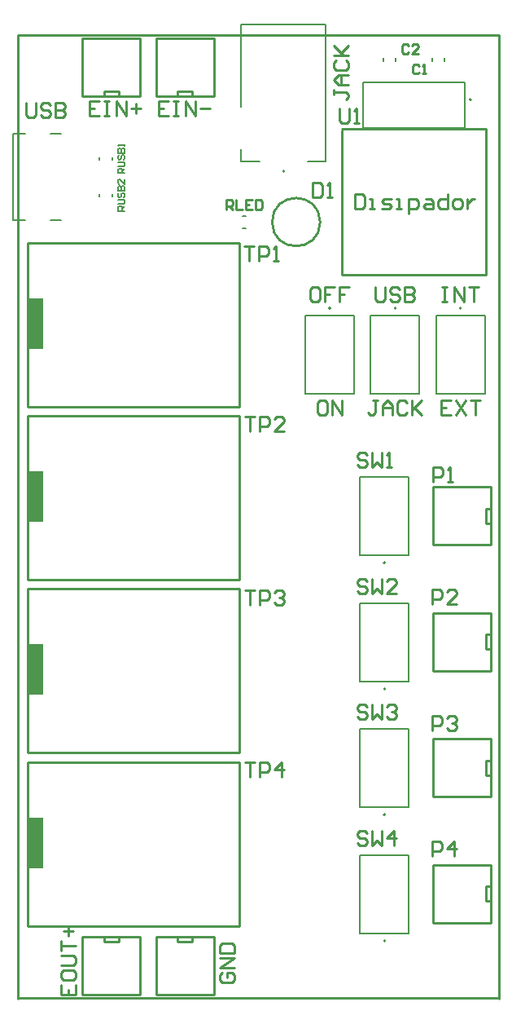
<source format=gbr>
G04*
G04 #@! TF.GenerationSoftware,Altium Limited,Altium Designer,24.2.2 (26)*
G04*
G04 Layer_Color=65535*
%FSLAX44Y44*%
%MOMM*%
G71*
G04*
G04 #@! TF.SameCoordinates,26981B9A-845B-47AF-AE02-24A449A504A3*
G04*
G04*
G04 #@! TF.FilePolarity,Positive*
G04*
G01*
G75*
%ADD10C,0.2000*%
%ADD11C,0.2540*%
%ADD12C,0.1524*%
%ADD13C,0.1270*%
%ADD14C,0.1500*%
%ADD15R,1.6510X5.3340*%
D10*
X471100Y934000D02*
G03*
X471100Y934000I-1000J0D01*
G01*
X393000Y717550D02*
G03*
X393000Y717550I-1000J0D01*
G01*
X382000Y453182D02*
G03*
X382000Y453182I-1000J0D01*
G01*
X277000Y859999D02*
G03*
X277000Y859999I-1000J0D01*
G01*
X461000Y717550D02*
G03*
X461000Y717550I-1000J0D01*
G01*
X325000D02*
G03*
X325000Y717550I-1000J0D01*
G01*
X382000Y60662D02*
G03*
X382000Y60662I-1000J0D01*
G01*
Y191502D02*
G03*
X382000Y191502I-1000J0D01*
G01*
Y322342D02*
G03*
X382000Y322342I-1000J0D01*
G01*
D11*
X314000Y807000D02*
G03*
X314000Y807000I-25000J0D01*
G01*
X500000Y794D02*
Y1000794D01*
X0Y1000D02*
X500000D01*
X0Y1000999D02*
X500000D01*
X336460Y752382D02*
Y902382D01*
Y752382D02*
X486208D01*
Y903608D01*
X336834D02*
X486208D01*
X0Y794D02*
Y1000794D01*
X143300Y998000D02*
X203300D01*
Y938000D02*
Y998000D01*
X143300Y938000D02*
X203300D01*
X143300D02*
Y998000D01*
X165800Y938000D02*
Y943000D01*
X180800D01*
Y938000D02*
Y943000D01*
X66743Y5000D02*
X126743D01*
X66743D02*
Y65000D01*
X126743D01*
Y5000D02*
Y65000D01*
X104243Y60000D02*
Y65000D01*
X89243Y60000D02*
X104243D01*
X89243D02*
Y65000D01*
X143300Y5000D02*
X203300D01*
X143300D02*
Y65000D01*
X203300D01*
Y5000D02*
Y65000D01*
X180800Y60000D02*
Y65000D01*
X165800Y60000D02*
X180800D01*
X165800D02*
Y65000D01*
X66743Y998000D02*
X126743D01*
Y938000D02*
Y998000D01*
X66743Y938000D02*
X126743D01*
X66743D02*
Y998000D01*
X89243Y938000D02*
Y943000D01*
X104243D01*
Y938000D02*
Y943000D01*
X9500Y76142D02*
X229500D01*
X9500D02*
Y246142D01*
X229500D01*
Y76142D02*
Y246142D01*
Y255928D02*
Y425928D01*
X9500D02*
X229500D01*
X9500Y255928D02*
Y425928D01*
Y255928D02*
X229500D01*
Y435714D02*
Y605713D01*
X9500D02*
X229500D01*
X9500Y435714D02*
Y605713D01*
Y435714D02*
X229500D01*
X486500Y247720D02*
X491500D01*
X486500Y232720D02*
Y247720D01*
Y232720D02*
X491500D01*
X431500Y210220D02*
X491500D01*
Y270220D01*
X431500D02*
X491500D01*
X431500Y210220D02*
Y270220D01*
X486500Y378560D02*
X491500D01*
X486500Y363559D02*
Y378560D01*
Y363559D02*
X491500D01*
X431500Y341060D02*
X491500D01*
Y401060D01*
X431500D02*
X491500D01*
X431500Y341060D02*
Y401060D01*
Y471900D02*
Y531900D01*
X491500D01*
Y471900D02*
Y531900D01*
X431500Y471900D02*
X491500D01*
X486500Y494399D02*
X491500D01*
X486500D02*
Y509400D01*
X491500D01*
X229500Y615500D02*
Y785499D01*
X9500D02*
X229500D01*
X9500Y615500D02*
Y785499D01*
Y615500D02*
X229500D01*
X431500Y79380D02*
Y139380D01*
X491500D01*
Y79380D02*
Y139380D01*
X431500Y79380D02*
X491500D01*
X486500Y101880D02*
X491500D01*
X486500D02*
Y116880D01*
X491500D01*
X235226Y781618D02*
X245382D01*
X240304D01*
Y766383D01*
X250461D02*
Y781618D01*
X258078D01*
X260618Y779078D01*
Y774000D01*
X258078Y771461D01*
X250461D01*
X265696Y766383D02*
X270774D01*
X268235D01*
Y781618D01*
X265696Y779078D01*
X333843Y924617D02*
Y911922D01*
X336382Y909382D01*
X341461D01*
X344000Y911922D01*
Y924617D01*
X349078Y909382D02*
X354157D01*
X351618D01*
Y924617D01*
X349078Y922078D01*
X7687Y930618D02*
Y917922D01*
X10226Y915383D01*
X15304D01*
X17843Y917922D01*
Y930618D01*
X33078Y928078D02*
X30539Y930618D01*
X25461D01*
X22922Y928078D01*
Y925539D01*
X25461Y923000D01*
X30539D01*
X33078Y920461D01*
Y917922D01*
X30539Y915383D01*
X25461D01*
X22922Y917922D01*
X38157Y930618D02*
Y915383D01*
X45774D01*
X48313Y917922D01*
Y920461D01*
X45774Y923000D01*
X38157D01*
X45774D01*
X48313Y925539D01*
Y928078D01*
X45774Y930618D01*
X38157D01*
X440956Y739775D02*
X446035D01*
X443495D01*
Y724540D01*
X440956D01*
X446035D01*
X453652D02*
Y739775D01*
X463809Y724540D01*
Y739775D01*
X468887D02*
X479044D01*
X473965D01*
Y724540D01*
X371687Y739775D02*
Y727079D01*
X374226Y724540D01*
X379304D01*
X381843Y727079D01*
Y739775D01*
X397078Y737236D02*
X394539Y739775D01*
X389461D01*
X386922Y737236D01*
Y734697D01*
X389461Y732158D01*
X394539D01*
X397078Y729618D01*
Y727079D01*
X394539Y724540D01*
X389461D01*
X386922Y727079D01*
X402157Y739775D02*
Y724540D01*
X409774D01*
X412313Y727079D01*
Y729618D01*
X409774Y732158D01*
X402157D01*
X409774D01*
X412313Y734697D01*
Y737236D01*
X409774Y739775D01*
X402157D01*
X311304D02*
X306226D01*
X303687Y737236D01*
Y727079D01*
X306226Y724540D01*
X311304D01*
X313843Y727079D01*
Y737236D01*
X311304Y739775D01*
X329078D02*
X318922D01*
Y732158D01*
X324000D01*
X318922D01*
Y724540D01*
X344314Y739775D02*
X334157D01*
Y732158D01*
X339235D01*
X334157D01*
Y724540D01*
X449843Y621775D02*
X439687D01*
Y606540D01*
X449843D01*
X439687Y614157D02*
X444765D01*
X454922Y621775D02*
X465078Y606540D01*
Y621775D02*
X454922Y606540D01*
X470157Y621775D02*
X480313D01*
X475235D01*
Y606540D01*
X374226Y621775D02*
X369147D01*
X371687D01*
Y609079D01*
X369147Y606540D01*
X366608D01*
X364069Y609079D01*
X379304Y606540D02*
Y616697D01*
X384383Y621775D01*
X389461Y616697D01*
Y606540D01*
Y614157D01*
X379304D01*
X404696Y619236D02*
X402157Y621775D01*
X397078D01*
X394539Y619236D01*
Y609079D01*
X397078Y606540D01*
X402157D01*
X404696Y609079D01*
X409774Y621775D02*
Y606540D01*
Y611618D01*
X419931Y621775D01*
X412313Y614157D01*
X419931Y606540D01*
X318932Y621775D02*
X313854D01*
X311315Y619236D01*
Y609079D01*
X313854Y606540D01*
X318932D01*
X321471Y609079D01*
Y619236D01*
X318932Y621775D01*
X326550Y606540D02*
Y621775D01*
X336706Y606540D01*
Y621775D01*
X350000Y836235D02*
Y821000D01*
X357617D01*
X360157Y823539D01*
Y833696D01*
X357617Y836235D01*
X350000D01*
X365235Y821000D02*
X370313D01*
X367774D01*
Y831157D01*
X365235D01*
X377931Y821000D02*
X385549D01*
X388088Y823539D01*
X385549Y826078D01*
X380470D01*
X377931Y828617D01*
X380470Y831157D01*
X388088D01*
X393166Y821000D02*
X398244D01*
X395705D01*
Y831157D01*
X393166D01*
X405862Y815922D02*
Y831157D01*
X413479D01*
X416019Y828617D01*
Y823539D01*
X413479Y821000D01*
X405862D01*
X423636Y831157D02*
X428714D01*
X431254Y828617D01*
Y821000D01*
X423636D01*
X421097Y823539D01*
X423636Y826078D01*
X431254D01*
X446489Y836235D02*
Y821000D01*
X438871D01*
X436332Y823539D01*
Y828617D01*
X438871Y831157D01*
X446489D01*
X454106Y821000D02*
X459185D01*
X461724Y823539D01*
Y828617D01*
X459185Y831157D01*
X454106D01*
X451567Y828617D01*
Y823539D01*
X454106Y821000D01*
X466802Y831157D02*
Y821000D01*
Y826078D01*
X469341Y828617D01*
X471880Y831157D01*
X474420D01*
X211764Y27696D02*
X209225Y25157D01*
Y20079D01*
X211764Y17540D01*
X221921D01*
X224460Y20079D01*
Y25157D01*
X221921Y27696D01*
X216842D01*
Y22618D01*
X224460Y32775D02*
X209225D01*
X224460Y42931D01*
X209225D01*
Y48010D02*
X224460D01*
Y55627D01*
X221921Y58166D01*
X211764D01*
X209225Y55627D01*
Y48010D01*
X328382Y944226D02*
Y939147D01*
Y941687D01*
X341078D01*
X343618Y939147D01*
Y936608D01*
X341078Y934069D01*
X343618Y949304D02*
X333461D01*
X328382Y954382D01*
X333461Y959461D01*
X343618D01*
X336000D01*
Y949304D01*
X330922Y974696D02*
X328382Y972157D01*
Y967078D01*
X330922Y964539D01*
X341078D01*
X343618Y967078D01*
Y972157D01*
X341078Y974696D01*
X328382Y979774D02*
X343618D01*
X338539D01*
X328382Y989931D01*
X336000Y982313D01*
X343618Y989931D01*
X363217Y172418D02*
X360677Y174957D01*
X355599D01*
X353060Y172418D01*
Y169879D01*
X355599Y167339D01*
X360677D01*
X363217Y164800D01*
Y162261D01*
X360677Y159722D01*
X355599D01*
X353060Y162261D01*
X368295Y174957D02*
Y159722D01*
X373373Y164800D01*
X378452Y159722D01*
Y174957D01*
X391148Y159722D02*
Y174957D01*
X383530Y167339D01*
X393687D01*
X363185Y303244D02*
X360645Y305783D01*
X355567D01*
X353028Y303244D01*
Y300705D01*
X355567Y298165D01*
X360645D01*
X363185Y295626D01*
Y293087D01*
X360645Y290548D01*
X355567D01*
X353028Y293087D01*
X368263Y305783D02*
Y290548D01*
X373341Y295626D01*
X378420Y290548D01*
Y305783D01*
X383498Y303244D02*
X386037Y305783D01*
X391116D01*
X393655Y303244D01*
Y300705D01*
X391116Y298165D01*
X388577D01*
X391116D01*
X393655Y295626D01*
Y293087D01*
X391116Y290548D01*
X386037D01*
X383498Y293087D01*
X363217Y434326D02*
X360677Y436865D01*
X355599D01*
X353060Y434326D01*
Y431786D01*
X355599Y429247D01*
X360677D01*
X363217Y426708D01*
Y424169D01*
X360677Y421630D01*
X355599D01*
X353060Y424169D01*
X368295Y436865D02*
Y421630D01*
X373373Y426708D01*
X378452Y421630D01*
Y436865D01*
X393687Y421630D02*
X383530D01*
X393687Y431786D01*
Y434326D01*
X391148Y436865D01*
X386069D01*
X383530Y434326D01*
X363169Y564974D02*
X360630Y567513D01*
X355551D01*
X353012Y564974D01*
Y562435D01*
X355551Y559895D01*
X360630D01*
X363169Y557356D01*
Y554817D01*
X360630Y552278D01*
X355551D01*
X353012Y554817D01*
X368247Y567513D02*
Y552278D01*
X373325Y557356D01*
X378404Y552278D01*
Y567513D01*
X383482Y552278D02*
X388560D01*
X386021D01*
Y567513D01*
X383482Y564974D01*
X84495Y932617D02*
X74339D01*
Y917383D01*
X84495D01*
X74339Y925000D02*
X79417D01*
X89574Y932617D02*
X94652D01*
X92113D01*
Y917383D01*
X89574D01*
X94652D01*
X102270D02*
Y932617D01*
X112426Y917383D01*
Y932617D01*
X117505Y925000D02*
X127661D01*
X122583Y930078D02*
Y919922D01*
X156495Y932617D02*
X146339D01*
Y917383D01*
X156495D01*
X146339Y925000D02*
X151417D01*
X161574Y932617D02*
X166652D01*
X164113D01*
Y917383D01*
X161574D01*
X166652D01*
X174270D02*
Y932617D01*
X184426Y917383D01*
Y932617D01*
X189505Y925000D02*
X199661D01*
X44383Y14608D02*
Y4451D01*
X59618D01*
Y14608D01*
X52000Y4451D02*
Y9530D01*
X44383Y27304D02*
Y22226D01*
X46922Y19687D01*
X57078D01*
X59618Y22226D01*
Y27304D01*
X57078Y29843D01*
X46922D01*
X44383Y27304D01*
Y34922D02*
X57078D01*
X59618Y37461D01*
Y42539D01*
X57078Y45078D01*
X44383D01*
Y50157D02*
Y60313D01*
Y55235D01*
X59618D01*
X52000Y65392D02*
Y75549D01*
X46922Y70470D02*
X57078D01*
X216673Y820002D02*
Y829998D01*
X221671D01*
X223337Y828332D01*
Y825000D01*
X221671Y823334D01*
X216673D01*
X220005D02*
X223337Y820002D01*
X226669Y829998D02*
Y820002D01*
X233334D01*
X243331Y829998D02*
X236666D01*
Y820002D01*
X243331D01*
X236666Y825000D02*
X239998D01*
X246663Y829998D02*
Y820002D01*
X251661D01*
X253327Y821668D01*
Y828332D01*
X251661Y829998D01*
X246663D01*
X406334Y990332D02*
X404668Y991998D01*
X401335D01*
X399669Y990332D01*
Y983668D01*
X401335Y982002D01*
X404668D01*
X406334Y983668D01*
X416331Y982002D02*
X409666D01*
X416331Y988666D01*
Y990332D01*
X414664Y991998D01*
X411332D01*
X409666Y990332D01*
X417000Y969332D02*
X415334Y970998D01*
X412002D01*
X410336Y969332D01*
Y962668D01*
X412002Y961002D01*
X415334D01*
X417000Y962668D01*
X420332Y961002D02*
X423665D01*
X421998D01*
Y970998D01*
X420332Y969332D01*
X235687Y245618D02*
X245843D01*
X240765D01*
Y230382D01*
X250922D02*
Y245618D01*
X258539D01*
X261078Y243078D01*
Y238000D01*
X258539Y235461D01*
X250922D01*
X273774Y230382D02*
Y245618D01*
X266157Y238000D01*
X276313D01*
X235687Y424618D02*
X245843D01*
X240765D01*
Y409383D01*
X250922D02*
Y424618D01*
X258539D01*
X261078Y422078D01*
Y417000D01*
X258539Y414461D01*
X250922D01*
X266157Y422078D02*
X268696Y424618D01*
X273774D01*
X276313Y422078D01*
Y419539D01*
X273774Y417000D01*
X271235D01*
X273774D01*
X276313Y414461D01*
Y411922D01*
X273774Y409383D01*
X268696D01*
X266157Y411922D01*
X235687Y604618D02*
X245843D01*
X240765D01*
Y589383D01*
X250922D02*
Y604618D01*
X258539D01*
X261078Y602078D01*
Y597000D01*
X258539Y594461D01*
X250922D01*
X276313Y589383D02*
X266157D01*
X276313Y599539D01*
Y602078D01*
X273774Y604618D01*
X268696D01*
X266157Y602078D01*
X430784Y148194D02*
Y163429D01*
X438401D01*
X440941Y160889D01*
Y155811D01*
X438401Y153272D01*
X430784D01*
X453637Y148194D02*
Y163429D01*
X446019Y155811D01*
X456176D01*
X430784Y279132D02*
Y294367D01*
X438401D01*
X440941Y291828D01*
Y286749D01*
X438401Y284210D01*
X430784D01*
X446019Y291828D02*
X448558Y294367D01*
X453637D01*
X456176Y291828D01*
Y289288D01*
X453637Y286749D01*
X451097D01*
X453637D01*
X456176Y284210D01*
Y281671D01*
X453637Y279132D01*
X448558D01*
X446019Y281671D01*
X430784Y410070D02*
Y425305D01*
X438401D01*
X440941Y422766D01*
Y417687D01*
X438401Y415148D01*
X430784D01*
X456176Y410070D02*
X446019D01*
X456176Y420226D01*
Y422766D01*
X453637Y425305D01*
X448558D01*
X446019Y422766D01*
X431343Y537582D02*
Y552817D01*
X438961D01*
X441500Y550278D01*
Y545200D01*
X438961Y542660D01*
X431343D01*
X446578Y537582D02*
X451657D01*
X449118D01*
Y552817D01*
X446578Y550278D01*
X305843Y847617D02*
Y832383D01*
X313461D01*
X316000Y834922D01*
Y845078D01*
X313461Y847617D01*
X305843D01*
X321078Y832383D02*
X326157D01*
X323618D01*
Y847617D01*
X321078Y845078D01*
D12*
X358900Y952000D02*
X464300D01*
X358900Y905000D02*
Y952000D01*
Y905000D02*
X464300D01*
Y952000D01*
D13*
X-5671Y898700D02*
X6829D01*
X33829D02*
X44829D01*
X-5671Y809300D02*
X6829D01*
X33829D02*
X44829D01*
X-5671D02*
Y898700D01*
X84500Y871500D02*
Y874500D01*
X97500Y871500D02*
Y874500D01*
Y833500D02*
Y836500D01*
X84500Y833500D02*
Y836500D01*
X366600Y628750D02*
X417400D01*
X366600Y710050D02*
X417400D01*
Y628750D02*
Y710050D01*
X366600Y628750D02*
Y710050D01*
X355600Y541982D02*
X406400D01*
X355600Y460682D02*
X406400D01*
X355600D02*
Y541982D01*
X406400Y460682D02*
Y541982D01*
X232000Y869750D02*
Y882299D01*
Y869750D02*
X250800D01*
X232000Y926700D02*
Y1011899D01*
X320000D01*
Y869750D02*
Y1011899D01*
X301200Y869750D02*
X320000D01*
X392500Y974500D02*
Y977500D01*
X379500Y974500D02*
Y977500D01*
X443500Y974500D02*
Y977500D01*
X430500Y974500D02*
Y977500D01*
X233500Y813501D02*
X236500D01*
X233500Y800500D02*
X236500D01*
X434600Y628750D02*
X485400D01*
X434600Y710050D02*
X485400D01*
Y628750D02*
Y710050D01*
X434600Y628750D02*
Y710050D01*
X298600Y628750D02*
X349400D01*
X298600Y710050D02*
X349400D01*
Y628750D02*
Y710050D01*
X298600Y628750D02*
Y710050D01*
X355600Y149462D02*
X406400D01*
X355600Y68162D02*
X406400D01*
X355600D02*
Y149462D01*
X406400Y68162D02*
Y149462D01*
X355600Y280302D02*
X406400D01*
X355600Y199002D02*
X406400D01*
X355600D02*
Y280302D01*
X406400Y199002D02*
Y280302D01*
X355600Y411142D02*
X406400D01*
X355600Y329842D02*
X406400D01*
X355600D02*
Y411142D01*
X406400Y329842D02*
Y411142D01*
D14*
X110499Y857838D02*
X103501D01*
Y861337D01*
X104667Y862503D01*
X107000D01*
X108166Y861337D01*
Y857838D01*
Y860171D02*
X110499Y862503D01*
X103501Y864836D02*
X109333D01*
X110499Y866002D01*
Y868335D01*
X109333Y869501D01*
X103501D01*
X104667Y876499D02*
X103501Y875333D01*
Y873000D01*
X104667Y871834D01*
X105834D01*
X107000Y873000D01*
Y875333D01*
X108166Y876499D01*
X109333D01*
X110499Y875333D01*
Y873000D01*
X109333Y871834D01*
X103501Y878831D02*
X110499D01*
Y882330D01*
X109333Y883497D01*
X108166D01*
X107000Y882330D01*
Y878831D01*
Y882330D01*
X105834Y883497D01*
X104667D01*
X103501Y882330D01*
Y878831D01*
X110499Y885829D02*
Y888162D01*
Y886995D01*
X103501D01*
X104667Y885829D01*
X110499Y818672D02*
X103501D01*
Y822171D01*
X104667Y823337D01*
X107000D01*
X108166Y822171D01*
Y818672D01*
Y821004D02*
X110499Y823337D01*
X103501Y825670D02*
X109333D01*
X110499Y826836D01*
Y829168D01*
X109333Y830335D01*
X103501D01*
X104667Y837333D02*
X103501Y836166D01*
Y833834D01*
X104667Y832667D01*
X105834D01*
X107000Y833834D01*
Y836166D01*
X108166Y837333D01*
X109333D01*
X110499Y836166D01*
Y833834D01*
X109333Y832667D01*
X103501Y839665D02*
X110499D01*
Y843164D01*
X109333Y844330D01*
X108166D01*
X107000Y843164D01*
Y839665D01*
Y843164D01*
X105834Y844330D01*
X104667D01*
X103501Y843164D01*
Y839665D01*
X110499Y851328D02*
Y846663D01*
X105834Y851328D01*
X104667D01*
X103501Y850162D01*
Y847829D01*
X104667Y846663D01*
D15*
X17755Y162502D02*
D03*
Y342291D02*
D03*
Y522068D02*
D03*
X17750Y701859D02*
D03*
M02*

</source>
